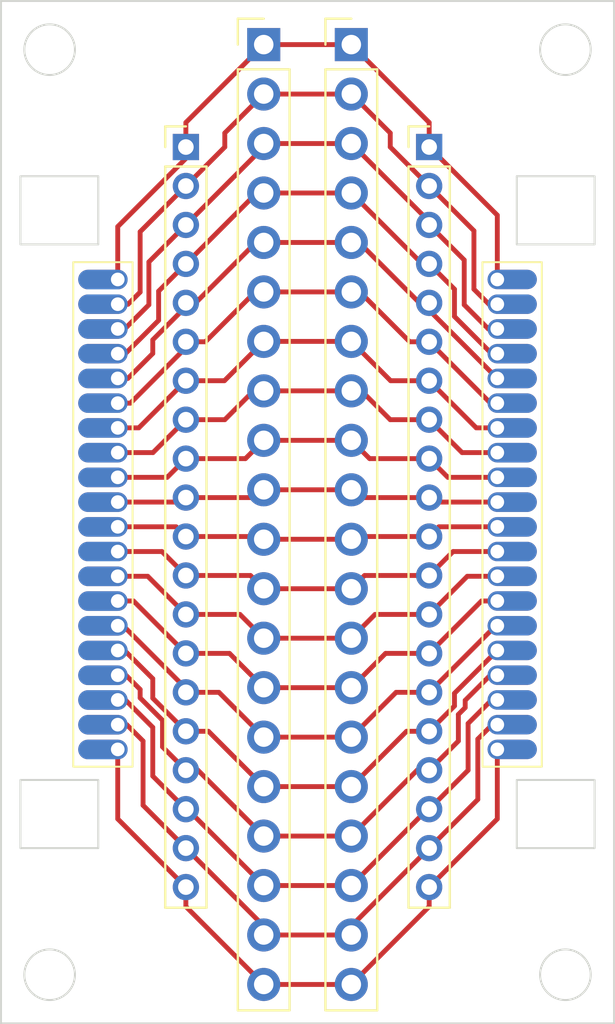
<source format=kicad_pcb>
(kicad_pcb (version 20240108) (generator "pcbnew") (generator_version "8.0")
  (title_block (title "Connector pitch Converter") (rev "1") (company "Amos Home"))
  (layers (0 "F.Cu" signal) (31 "B.Cu" signal) (34 "B.Paste" user) (35 "F.Paste" user) (36 "B.SilkS" user "B.Silkscreen") (37 "F.SilkS" user "F.Silkscreen") (38 "B.Mask" user) (39 "F.Mask" user) (44 "Edge.Cuts" user))
  (net 0 "")
  (net 1 "/A2")
  (net 2 "/A14")
  (net 3 "/A9")
  (net 4 "/A18")
  (net 5 "/A8")
  (net 6 "/A20")
  (net 7 "/A19")
  (net 8 "/A15")
  (net 9 "/A16")
  (net 10 "/A13")
  (net 11 "/A11")
  (net 12 "/A17")
  (net 13 "/A7")
  (net 14 "/A4")
  (net 15 "/A6")
  (net 16 "/A1")
  (net 17 "/A5")
  (net 18 "/A12")
  (net 19 "/A3")
  (net 20 "/A10")
  (footprint "pitch-convert:PinSocketEx_1x20_P1.27mm_Left" (layer "F.Cu") (at 112.476 82.3)
    (property "Reference" "J5" (hide yes))
    (property "Value" "Conn_01x20_Pin" (hide yes))
    (fp_rect (start -0.762 -0.889) (end 2.286 25.019) (stroke (width 0.1)) (fill none) (layer "F.SilkS"))
    (pad "1" thru_hole oval (at 1.524 0) (size 2.54 1.008) (drill 0.7 (offset -0.762 0.004)) (layers "*.Cu" "*.Mask") (net 16 "/A1"))
    (pad "2" thru_hole oval (at 1.524 1.27) (size 2.54 1) (drill 0.7 (offset -0.762 0)) (layers "*.Cu" "*.Mask") (net 1 "/A2"))
    (pad "3" thru_hole oval (at 1.524 2.54) (size 2.54 1.008) (drill 0.7 (offset -0.762 0.004)) (layers "*.Cu" "*.Mask") (net 19 "/A3"))
    (pad "4" thru_hole oval (at 1.524 3.81) (size 2.54 1) (drill 0.7 (offset -0.762 0)) (layers "*.Cu" "*.Mask") (net 14 "/A4"))
    (pad "5" thru_hole oval (at 1.524 5.08) (size 2.54 1.008) (drill 0.7 (offset -0.762 0.004)) (layers "*.Cu" "*.Mask") (net 17 "/A5"))
    (pad "6" thru_hole oval (at 1.524 6.35) (size 2.54 1) (drill 0.7 (offset -0.762 0)) (layers "*.Cu" "*.Mask") (net 15 "/A6"))
    (pad "7" thru_hole oval (at 1.524 7.62) (size 2.54 1.008) (drill 0.7 (offset -0.762 0.004)) (layers "*.Cu" "*.Mask") (net 13 "/A7"))
    (pad "8" thru_hole oval (at 1.524 8.89) (size 2.54 1.008) (drill 0.7 (offset -0.762 0.004)) (layers "*.Cu" "*.Mask") (net 5 "/A8"))
    (pad "9" thru_hole oval (at 1.524 10.16) (size 2.54 1.008) (drill 0.7 (offset -0.762 0.004)) (layers "*.Cu" "*.Mask") (net 3 "/A9"))
    (pad "10" thru_hole oval (at 1.524 11.43) (size 2.54 1.008) (drill 0.7 (offset -0.762 0.004)) (layers "*.Cu" "*.Mask") (net 20 "/A10"))
    (pad "11" thru_hole oval (at 1.524 12.7) (size 2.54 1.008) (drill 0.7 (offset -0.762 0.004)) (layers "*.Cu" "*.Mask") (net 11 "/A11"))
    (pad "12" thru_hole oval (at 1.524 13.97) (size 2.54 1) (drill 0.7 (offset -0.762 0)) (layers "*.Cu" "*.Mask") (net 18 "/A12"))
    (pad "13" thru_hole oval (at 1.524 15.24) (size 2.54 1.008) (drill 0.7 (offset -0.762 0.004)) (layers "*.Cu" "*.Mask") (net 10 "/A13"))
    (pad "14" thru_hole oval (at 1.524 16.51) (size 2.54 1.008) (drill 0.7 (offset -0.762 0.004)) (layers "*.Cu" "*.Mask") (net 2 "/A14"))
    (pad "15" thru_hole oval (at 1.524 17.78) (size 2.54 1.008) (drill 0.7 (offset -0.762 0.004)) (layers "*.Cu" "*.Mask") (net 8 "/A15"))
    (pad "16" thru_hole oval (at 1.524 19.05) (size 2.54 1) (drill 0.7 (offset -0.762 0)) (layers "*.Cu" "*.Mask") (net 9 "/A16"))
    (pad "17" thru_hole oval (at 1.524 20.32) (size 2.54 1.008) (drill 0.7 (offset -0.762 0.004)) (layers "*.Cu" "*.Mask") (net 12 "/A17"))
    (pad "18" thru_hole oval (at 1.524 21.59) (size 2.54 1.008) (drill 0.7 (offset -0.762 0.004)) (layers "*.Cu" "*.Mask") (net 4 "/A18"))
    (pad "19" thru_hole oval (at 1.524 22.86) (size 2.54 1.008) (drill 0.7 (offset -0.762 0.004)) (layers "*.Cu" "*.Mask") (net 7 "/A19"))
    (pad "20" thru_hole oval (at 1.524 24.13) (size 2.54 1.008) (drill 0.7 (offset -0.762 0.004)) (layers "*.Cu" "*.Mask") (net 6 "/A20"))
  )
  (footprint "Connector_PinHeader_2.00mm:PinHeader_1x20_P2.00mm_Vertical" (layer "F.Cu") (at 130 75.5)
    (property "Reference" "J4" (hide yes))
    (property "Value" "Conn_01x20_Pin" (hide yes))
    (fp_line (start -1.06 -1.06) (end 0 -1.06) (stroke (width 0.12)) (layer "F.SilkS"))
    (fp_line (start -1.06 0) (end -1.06 -1.06) (stroke (width 0.12)) (layer "F.SilkS"))
    (fp_line (start -1.06 1) (end -1.06 39.06) (stroke (width 0.12)) (layer "F.SilkS"))
    (fp_line (start -1.06 1) (end 1.06 1) (stroke (width 0.12)) (layer "F.SilkS"))
    (fp_line (start -1.06 39.06) (end 1.06 39.06) (stroke (width 0.12)) (layer "F.SilkS"))
    (fp_line (start 1.06 1) (end 1.06 39.06) (stroke (width 0.12)) (layer "F.SilkS"))
    (pad "1" thru_hole rect (at 0 0) (size 1.35 1.35) (drill 0.8) (layers "*.Cu" "*.Mask") (net 16 "/A1"))
    (pad "2" thru_hole oval (at 0 2) (size 1.35 1.35) (drill 0.8) (layers "*.Cu" "*.Mask") (net 1 "/A2"))
    (pad "3" thru_hole oval (at 0 4) (size 1.35 1.35) (drill 0.8) (layers "*.Cu" "*.Mask") (net 19 "/A3"))
    (pad "4" thru_hole oval (at 0 6) (size 1.35 1.35) (drill 0.8) (layers "*.Cu" "*.Mask") (net 14 "/A4"))
    (pad "5" thru_hole oval (at 0 8) (size 1.35 1.35) (drill 0.8) (layers "*.Cu" "*.Mask") (net 17 "/A5"))
    (pad "6" thru_hole oval (at 0 10) (size 1.35 1.35) (drill 0.8) (layers "*.Cu" "*.Mask") (net 15 "/A6"))
    (pad "7" thru_hole oval (at 0 12) (size 1.35 1.35) (drill 0.8) (layers "*.Cu" "*.Mask") (net 13 "/A7"))
    (pad "8" thru_hole oval (at 0 14) (size 1.35 1.35) (drill 0.8) (layers "*.Cu" "*.Mask") (net 5 "/A8"))
    (pad "9" thru_hole oval (at 0 16) (size 1.35 1.35) (drill 0.8) (layers "*.Cu" "*.Mask") (net 3 "/A9"))
    (pad "10" thru_hole oval (at 0 18) (size 1.35 1.35) (drill 0.8) (layers "*.Cu" "*.Mask") (net 20 "/A10"))
    (pad "11" thru_hole oval (at 0 20) (size 1.35 1.35) (drill 0.8) (layers "*.Cu" "*.Mask") (net 11 "/A11"))
    (pad "12" thru_hole oval (at 0 22) (size 1.35 1.35) (drill 0.8) (layers "*.Cu" "*.Mask") (net 18 "/A12"))
    (pad "13" thru_hole oval (at 0 24) (size 1.35 1.35) (drill 0.8) (layers "*.Cu" "*.Mask") (net 10 "/A13"))
    (pad "14" thru_hole oval (at 0 26) (size 1.35 1.35) (drill 0.8) (layers "*.Cu" "*.Mask") (net 2 "/A14"))
    (pad "15" thru_hole oval (at 0 28) (size 1.35 1.35) (drill 0.8) (layers "*.Cu" "*.Mask") (net 8 "/A15"))
    (pad "16" thru_hole oval (at 0 30) (size 1.35 1.35) (drill 0.8) (layers "*.Cu" "*.Mask") (net 9 "/A16"))
    (pad "17" thru_hole oval (at 0 32) (size 1.35 1.35) (drill 0.8) (layers "*.Cu" "*.Mask") (net 12 "/A17"))
    (pad "18" thru_hole oval (at 0 34) (size 1.35 1.35) (drill 0.8) (layers "*.Cu" "*.Mask") (net 4 "/A18"))
    (pad "19" thru_hole oval (at 0 36) (size 1.35 1.35) (drill 0.8) (layers "*.Cu" "*.Mask") (net 7 "/A19"))
    (pad "20" thru_hole oval (at 0 38) (size 1.35 1.35) (drill 0.8) (layers "*.Cu" "*.Mask") (net 6 "/A20"))
  )
  (footprint "Connector_PinHeader_2.54mm:PinHeader_1x20_P2.54mm_Vertical" (layer "F.Cu") (at 126 70.24)
    (property "Reference" "J2" (hide yes))
    (property "Value" "Conn_01x20_Pin" (hide yes))
    (fp_line (start -1.33 -1.33) (end 0 -1.33) (stroke (width 0.12)) (layer "F.SilkS"))
    (fp_line (start -1.33 0) (end -1.33 -1.33) (stroke (width 0.12)) (layer "F.SilkS"))
    (fp_line (start -1.33 1.27) (end -1.33 49.59) (stroke (width 0.12)) (layer "F.SilkS"))
    (fp_line (start -1.33 1.27) (end 1.33 1.27) (stroke (width 0.12)) (layer "F.SilkS"))
    (fp_line (start -1.33 49.59) (end 1.33 49.59) (stroke (width 0.12)) (layer "F.SilkS"))
    (fp_line (start 1.33 1.27) (end 1.33 49.59) (stroke (width 0.12)) (layer "F.SilkS"))
    (pad "1" thru_hole rect (at 0 0) (size 1.7 1.7) (drill 1) (layers "*.Cu" "*.Mask") (net 16 "/A1"))
    (pad "2" thru_hole oval (at 0 2.54) (size 1.7 1.7) (drill 1) (layers "*.Cu" "*.Mask") (net 1 "/A2"))
    (pad "3" thru_hole oval (at 0 5.08) (size 1.7 1.7) (drill 1) (layers "*.Cu" "*.Mask") (net 19 "/A3"))
    (pad "4" thru_hole oval (at 0 7.62) (size 1.7 1.7) (drill 1) (layers "*.Cu" "*.Mask") (net 14 "/A4"))
    (pad "5" thru_hole oval (at 0 10.16) (size 1.7 1.7) (drill 1) (layers "*.Cu" "*.Mask") (net 17 "/A5"))
    (pad "6" thru_hole oval (at 0 12.7) (size 1.7 1.7) (drill 1) (layers "*.Cu" "*.Mask") (net 15 "/A6"))
    (pad "7" thru_hole oval (at 0 15.24) (size 1.7 1.7) (drill 1) (layers "*.Cu" "*.Mask") (net 13 "/A7"))
    (pad "8" thru_hole oval (at 0 17.78) (size 1.7 1.7) (drill 1) (layers "*.Cu" "*.Mask") (net 5 "/A8"))
    (pad "9" thru_hole oval (at 0 20.32) (size 1.7 1.7) (drill 1) (layers "*.Cu" "*.Mask") (net 3 "/A9"))
    (pad "10" thru_hole oval (at 0 22.86) (size 1.7 1.7) (drill 1) (layers "*.Cu" "*.Mask") (net 20 "/A10"))
    (pad "11" thru_hole oval (at 0 25.4) (size 1.7 1.7) (drill 1) (layers "*.Cu" "*.Mask") (net 11 "/A11"))
    (pad "12" thru_hole oval (at 0 27.94) (size 1.7 1.7) (drill 1) (layers "*.Cu" "*.Mask") (net 18 "/A12"))
    (pad "13" thru_hole oval (at 0 30.48) (size 1.7 1.7) (drill 1) (layers "*.Cu" "*.Mask") (net 10 "/A13"))
    (pad "14" thru_hole oval (at 0 33.02) (size 1.7 1.7) (drill 1) (layers "*.Cu" "*.Mask") (net 2 "/A14"))
    (pad "15" thru_hole oval (at 0 35.56) (size 1.7 1.7) (drill 1) (layers "*.Cu" "*.Mask") (net 8 "/A15"))
    (pad "16" thru_hole oval (at 0 38.1) (size 1.7 1.7) (drill 1) (layers "*.Cu" "*.Mask") (net 9 "/A16"))
    (pad "17" thru_hole oval (at 0 40.64) (size 1.7 1.7) (drill 1) (layers "*.Cu" "*.Mask") (net 12 "/A17"))
    (pad "18" thru_hole oval (at 0 43.18) (size 1.7 1.7) (drill 1) (layers "*.Cu" "*.Mask") (net 4 "/A18"))
    (pad "19" thru_hole oval (at 0 45.72) (size 1.7 1.7) (drill 1) (layers "*.Cu" "*.Mask") (net 7 "/A19"))
    (pad "20" thru_hole oval (at 0 48.26) (size 1.7 1.7) (drill 1) (layers "*.Cu" "*.Mask") (net 6 "/A20"))
  )
  (footprint "pitch-convert:PinSocketEx_1x20_P1.27mm_Right" (layer "F.Cu") (at 133.5 82.3)
    (property "Reference" "J6" (hide yes))
    (property "Value" "Conn_01x20_Pin" (hide yes))
    (fp_rect (start -0.762 -0.889) (end 2.286 25.019) (stroke (width 0.1)) (fill none) (layer "F.SilkS"))
    (pad "1" thru_hole oval (at 0 0) (size 2.532 1) (drill 0.7 (offset 0.766 0)) (layers "*.Cu" "*.Mask") (net 16 "/A1"))
    (pad "2" thru_hole oval (at 0 1.27) (size 2.532 1) (drill 0.7 (offset 0.766 0)) (layers "*.Cu" "*.Mask") (net 1 "/A2"))
    (pad "3" thru_hole oval (at 0 2.54) (size 2.532 1.008) (drill 0.7 (offset 0.766 0.004)) (layers "*.Cu" "*.Mask") (net 19 "/A3"))
    (pad "4" thru_hole oval (at 0 3.81) (size 2.532 1) (drill 0.7 (offset 0.766 0)) (layers "*.Cu" "*.Mask") (net 14 "/A4"))
    (pad "5" thru_hole oval (at 0 5.08) (size 2.532 1.008) (drill 0.7 (offset 0.766 0.004)) (layers "*.Cu" "*.Mask") (net 17 "/A5"))
    (pad "6" thru_hole oval (at 0 6.35) (size 2.532 1) (drill 0.7 (offset 0.766 0)) (layers "*.Cu" "*.Mask") (net 15 "/A6"))
    (pad "7" thru_hole oval (at 0 7.62) (size 2.532 1.008) (drill 0.7 (offset 0.766 0.004)) (layers "*.Cu" "*.Mask") (net 13 "/A7"))
    (pad "8" thru_hole oval (at 0 8.89) (size 2.532 1.008) (drill 0.7 (offset 0.766 0.004)) (layers "*.Cu" "*.Mask") (net 5 "/A8"))
    (pad "9" thru_hole oval (at 0 10.16) (size 2.532 1) (drill 0.7 (offset 0.766 0)) (layers "*.Cu" "*.Mask") (net 3 "/A9"))
    (pad "10" thru_hole oval (at 0 11.43) (size 2.532 1.008) (drill 0.7 (offset 0.766 0.004)) (layers "*.Cu" "*.Mask") (net 20 "/A10"))
    (pad "11" thru_hole oval (at 0 12.7) (size 2.532 1.008) (drill 0.7 (offset 0.766 0.004)) (layers "*.Cu" "*.Mask") (net 11 "/A11"))
    (pad "12" thru_hole oval (at 0 13.97) (size 2.532 1) (drill 0.7 (offset 0.766 0)) (layers "*.Cu" "*.Mask") (net 18 "/A12"))
    (pad "13" thru_hole oval (at 0 15.24) (size 2.532 1) (drill 0.7 (offset 0.766 0)) (layers "*.Cu" "*.Mask") (net 10 "/A13"))
    (pad "14" thru_hole oval (at 0 16.51) (size 2.532 1) (drill 0.7 (offset 0.766 0)) (layers "*.Cu" "*.Mask") (net 2 "/A14"))
    (pad "15" thru_hole oval (at 0 17.78) (size 2.532 1) (drill 0.7 (offset 0.766 0)) (layers "*.Cu" "*.Mask") (net 8 "/A15"))
    (pad "16" thru_hole oval (at 0 19.05) (size 2.532 1) (drill 0.7 (offset 0.766 0)) (layers "*.Cu" "*.Mask") (net 9 "/A16"))
    (pad "17" thru_hole oval (at 0 20.32) (size 2.532 1) (drill 0.7 (offset 0.766 0)) (layers "*.Cu" "*.Mask") (net 12 "/A17"))
    (pad "18" thru_hole oval (at 0 21.59) (size 2.532 1) (drill 0.7 (offset 0.766 0)) (layers "*.Cu" "*.Mask") (net 4 "/A18"))
    (pad "19" thru_hole oval (at 0 22.86) (size 2.532 1) (drill 0.7 (offset 0.766 0)) (layers "*.Cu" "*.Mask") (net 7 "/A19"))
    (pad "20" thru_hole oval (at 0 24.13) (size 2.532 1) (drill 0.7 (offset 0.766 0)) (layers "*.Cu" "*.Mask") (net 6 "/A20"))
  )
  (footprint "Connector_PinHeader_2.00mm:PinHeader_1x20_P2.00mm_Vertical" (layer "F.Cu") (at 117.5 75.5)
    (property "Reference" "J3" (hide yes))
    (property "Value" "Conn_01x20_Pin" (hide yes))
    (fp_line (start -1.06 -1.06) (end 0 -1.06) (stroke (width 0.12)) (layer "F.SilkS"))
    (fp_line (start -1.06 0) (end -1.06 -1.06) (stroke (width 0.12)) (layer "F.SilkS"))
    (fp_line (start -1.06 1) (end -1.06 39.06) (stroke (width 0.12)) (layer "F.SilkS"))
    (fp_line (start -1.06 1) (end 1.06 1) (stroke (width 0.12)) (layer "F.SilkS"))
    (fp_line (start -1.06 39.06) (end 1.06 39.06) (stroke (width 0.12)) (layer "F.SilkS"))
    (fp_line (start 1.06 1) (end 1.06 39.06) (stroke (width 0.12)) (layer "F.SilkS"))
    (pad "1" thru_hole rect (at 0 0) (size 1.35 1.35) (drill 0.8) (layers "*.Cu" "*.Mask") (net 16 "/A1"))
    (pad "2" thru_hole oval (at 0 2) (size 1.35 1.35) (drill 0.8) (layers "*.Cu" "*.Mask") (net 1 "/A2"))
    (pad "3" thru_hole oval (at 0 4) (size 1.35 1.35) (drill 0.8) (layers "*.Cu" "*.Mask") (net 19 "/A3"))
    (pad "4" thru_hole oval (at 0 6) (size 1.35 1.35) (drill 0.8) (layers "*.Cu" "*.Mask") (net 14 "/A4"))
    (pad "5" thru_hole oval (at 0 8) (size 1.35 1.35) (drill 0.8) (layers "*.Cu" "*.Mask") (net 17 "/A5"))
    (pad "6" thru_hole oval (at 0 10) (size 1.35 1.35) (drill 0.8) (layers "*.Cu" "*.Mask") (net 15 "/A6"))
    (pad "7" thru_hole oval (at 0 12) (size 1.35 1.35) (drill 0.8) (layers "*.Cu" "*.Mask") (net 13 "/A7"))
    (pad "8" thru_hole oval (at 0 14) (size 1.35 1.35) (drill 0.8) (layers "*.Cu" "*.Mask") (net 5 "/A8"))
    (pad "9" thru_hole oval (at 0 16) (size 1.35 1.35) (drill 0.8) (layers "*.Cu" "*.Mask") (net 3 "/A9"))
    (pad "10" thru_hole oval (at 0 18) (size 1.35 1.35) (drill 0.8) (layers "*.Cu" "*.Mask") (net 20 "/A10"))
    (pad "11" thru_hole oval (at 0 20) (size 1.35 1.35) (drill 0.8) (layers "*.Cu" "*.Mask") (net 11 "/A11"))
    (pad "12" thru_hole oval (at 0 22) (size 1.35 1.35) (drill 0.8) (layers "*.Cu" "*.Mask") (net 18 "/A12"))
    (pad "13" thru_hole oval (at 0 24) (size 1.35 1.35) (drill 0.8) (layers "*.Cu" "*.Mask") (net 10 "/A13"))
    (pad "14" thru_hole oval (at 0 26) (size 1.35 1.35) (drill 0.8) (layers "*.Cu" "*.Mask") (net 2 "/A14"))
    (pad "15" thru_hole oval (at 0 28) (size 1.35 1.35) (drill 0.8) (layers "*.Cu" "*.Mask") (net 8 "/A15"))
    (pad "16" thru_hole oval (at 0 30) (size 1.35 1.35) (drill 0.8) (layers "*.Cu" "*.Mask") (net 9 "/A16"))
    (pad "17" thru_hole oval (at 0 32) (size 1.35 1.35) (drill 0.8) (layers "*.Cu" "*.Mask") (net 12 "/A17"))
    (pad "18" thru_hole oval (at 0 34) (size 1.35 1.35) (drill 0.8) (layers "*.Cu" "*.Mask") (net 4 "/A18"))
    (pad "19" thru_hole oval (at 0 36) (size 1.35 1.35) (drill 0.8) (layers "*.Cu" "*.Mask") (net 7 "/A19"))
    (pad "20" thru_hole oval (at 0 38) (size 1.35 1.35) (drill 0.8) (layers "*.Cu" "*.Mask") (net 6 "/A20"))
  )
  (footprint "Connector_PinHeader_2.54mm:PinHeader_1x20_P2.54mm_Vertical" (layer "F.Cu") (at 121.5 70.24)
    (property "Reference" "J1" (hide yes))
    (property "Value" "Conn_01x20_Pin" (hide yes))
    (fp_line (start -1.33 -1.33) (end 0 -1.33) (stroke (width 0.12)) (layer "F.SilkS"))
    (fp_line (start -1.33 0) (end -1.33 -1.33) (stroke (width 0.12)) (layer "F.SilkS"))
    (fp_line (start -1.33 1.27) (end -1.33 49.59) (stroke (width 0.12)) (layer "F.SilkS"))
    (fp_line (start -1.33 1.27) (end 1.33 1.27) (stroke (width 0.12)) (layer "F.SilkS"))
    (fp_line (start -1.33 49.59) (end 1.33 49.59) (stroke (width 0.12)) (layer "F.SilkS"))
    (fp_line (start 1.33 1.27) (end 1.33 49.59) (stroke (width 0.12)) (layer "F.SilkS"))
    (pad "1" thru_hole rect (at 0 0) (size 1.7 1.7) (drill 1) (layers "*.Cu" "*.Mask") (net 16 "/A1"))
    (pad "2" thru_hole oval (at 0 2.54) (size 1.7 1.7) (drill 1) (layers "*.Cu" "*.Mask") (net 1 "/A2"))
    (pad "3" thru_hole oval (at 0 5.08) (size 1.7 1.7) (drill 1) (layers "*.Cu" "*.Mask") (net 19 "/A3"))
    (pad "4" thru_hole oval (at 0 7.62) (size 1.7 1.7) (drill 1) (layers "*.Cu" "*.Mask") (net 14 "/A4"))
    (pad "5" thru_hole oval (at 0 10.16) (size 1.7 1.7) (drill 1) (layers "*.Cu" "*.Mask") (net 17 "/A5"))
    (pad "6" thru_hole oval (at 0 12.7) (size 1.7 1.7) (drill 1) (layers "*.Cu" "*.Mask") (net 15 "/A6"))
    (pad "7" thru_hole oval (at 0 15.24) (size 1.7 1.7) (drill 1) (layers "*.Cu" "*.Mask") (net 13 "/A7"))
    (pad "8" thru_hole oval (at 0 17.78) (size 1.7 1.7) (drill 1) (layers "*.Cu" "*.Mask") (net 5 "/A8"))
    (pad "9" thru_hole oval (at 0 20.32) (size 1.7 1.7) (drill 1) (layers "*.Cu" "*.Mask") (net 3 "/A9"))
    (pad "10" thru_hole oval (at 0 22.86) (size 1.7 1.7) (drill 1) (layers "*.Cu" "*.Mask") (net 20 "/A10"))
    (pad "11" thru_hole oval (at 0 25.4) (size 1.7 1.7) (drill 1) (layers "*.Cu" "*.Mask") (net 11 "/A11"))
    (pad "12" thru_hole oval (at 0 27.94) (size 1.7 1.7) (drill 1) (layers "*.Cu" "*.Mask") (net 18 "/A12"))
    (pad "13" thru_hole oval (at 0 30.48) (size 1.7 1.7) (drill 1) (layers "*.Cu" "*.Mask") (net 10 "/A13"))
    (pad "14" thru_hole oval (at 0 33.02) (size 1.7 1.7) (drill 1) (layers "*.Cu" "*.Mask") (net 2 "/A14"))
    (pad "15" thru_hole oval (at 0 35.56) (size 1.7 1.7) (drill 1) (layers "*.Cu" "*.Mask") (net 8 "/A15"))
    (pad "16" thru_hole oval (at 0 38.1) (size 1.7 1.7) (drill 1) (layers "*.Cu" "*.Mask") (net 9 "/A16"))
    (pad "17" thru_hole oval (at 0 40.64) (size 1.7 1.7) (drill 1) (layers "*.Cu" "*.Mask") (net 12 "/A17"))
    (pad "18" thru_hole oval (at 0 43.18) (size 1.7 1.7) (drill 1) (layers "*.Cu" "*.Mask") (net 4 "/A18"))
    (pad "19" thru_hole oval (at 0 45.72) (size 1.7 1.7) (drill 1) (layers "*.Cu" "*.Mask") (net 7 "/A19"))
    (pad "20" thru_hole oval (at 0 48.26) (size 1.7 1.7) (drill 1) (layers "*.Cu" "*.Mask") (net 6 "/A20"))
  )
  (gr_rect (start 109 77) (end 113 80.5) (stroke (width 0.1)) (fill none) (layer "Edge.Cuts"))
  (gr_rect (start 134.5 108) (end 138.5 111.5) (stroke (width 0.1)) (fill none) (layer "Edge.Cuts"))
  (gr_rect (start 134.5 77) (end 138.5 80.5) (stroke (width 0.1)) (fill none) (layer "Edge.Cuts"))
  (gr_rect (start 109 108) (end 113 111.5) (stroke (width 0.1)) (fill none) (layer "Edge.Cuts"))
  (gr_circle (center 137 70.5) (end 138.3 70.5) (stroke (width 0.1)) (fill none) (layer "Edge.Cuts"))
  (gr_rect (start 108 68) (end 139.5 120.5) (stroke (width 0.1)) (fill none) (layer "Edge.Cuts"))
  (gr_circle (center 110.5 118) (end 111.8 118) (stroke (width 0.1)) (fill none) (layer "Edge.Cuts"))
  (gr_circle (center 137 118) (end 138.3 118) (stroke (width 0.1)) (fill none) (layer "Edge.Cuts"))
  (gr_circle (center 110.5 70.5) (end 111.8 70.5) (stroke (width 0.1)) (fill none) (layer "Edge.Cuts"))
  (segment (start 128 75.5) (end 130 77.5) (width 0.25) (layer "F.Cu") (net 1))
  (segment (start 128 74.78) (end 128 75.5) (width 0.25) (layer "F.Cu") (net 1))
  (segment (start 119.5 74.78) (end 121.5 72.78) (width 0.25) (layer "F.Cu") (net 1))
  (segment (start 114.53 83.57) (end 115.15 82.95) (width 0.25) (layer "F.Cu") (net 1))
  (segment (start 114 83.57) (end 114.53 83.57) (width 0.25) (layer "F.Cu") (net 1))
  (segment (start 121.5 72.78) (end 126 72.78) (width 0.25) (layer "F.Cu") (net 1))
  (segment (start 115.15 79.85) (end 117.5 77.5) (width 0.25) (layer "F.Cu") (net 1))
  (segment (start 117.5 77.5) (end 119.5 75.5) (width 0.25) (layer "F.Cu") (net 1))
  (segment (start 126 72.78) (end 128 74.78) (width 0.25) (layer "F.Cu") (net 1))
  (segment (start 115.15 82.95) (end 115.15 79.85) (width 0.25) (layer "F.Cu") (net 1))
  (segment (start 119.5 75.5) (end 119.5 74.78) (width 0.25) (layer "F.Cu") (net 1))
  (segment (start 133.07 83.57) (end 132.3 82.8) (width 0.25) (layer "F.Cu") (net 1))
  (segment (start 133.5 83.57) (end 133.07 83.57) (width 0.25) (layer "F.Cu") (net 1))
  (segment (start 132.3 79.8) (end 130 77.5) (width 0.25) (layer "F.Cu") (net 1))
  (segment (start 132.3 82.8) (end 132.3 79.8) (width 0.25) (layer "F.Cu") (net 1))
  (segment (start 119.74 101.5) (end 121.5 103.26) (width 0.25) (layer "F.Cu") (net 2))
  (segment (start 114 98.81) (end 114.81 98.81) (width 0.25) (layer "F.Cu") (net 2))
  (segment (start 132.69 98.81) (end 130 101.5) (width 0.25) (layer "F.Cu") (net 2))
  (segment (start 114.81 98.81) (end 117.5 101.5) (width 0.25) (layer "F.Cu") (net 2))
  (segment (start 117.5 101.5) (end 119.74 101.5) (width 0.25) (layer "F.Cu") (net 2))
  (segment (start 126 103.26) (end 127.76 101.5) (width 0.25) (layer "F.Cu") (net 2))
  (segment (start 127.76 101.5) (end 130 101.5) (width 0.25) (layer "F.Cu") (net 2))
  (segment (start 121.5 103.26) (end 126 103.26) (width 0.25) (layer "F.Cu") (net 2))
  (segment (start 133.5 98.81) (end 132.69 98.81) (width 0.25) (layer "F.Cu") (net 2))
  (segment (start 116.54 92.46) (end 117.5 91.5) (width 0.25) (layer "F.Cu") (net 3))
  (segment (start 126.94 91.5) (end 130 91.5) (width 0.25) (layer "F.Cu") (net 3))
  (segment (start 126 90.56) (end 126.94 91.5) (width 0.25) (layer "F.Cu") (net 3))
  (segment (start 117.5 91.5) (end 120.56 91.5) (width 0.25) (layer "F.Cu") (net 3))
  (segment (start 133.5 92.46) (end 130.96 92.46) (width 0.25) (layer "F.Cu") (net 3))
  (segment (start 114 92.46) (end 116.54 92.46) (width 0.25) (layer "F.Cu") (net 3))
  (segment (start 121.5 90.56) (end 126 90.56) (width 0.25) (layer "F.Cu") (net 3))
  (segment (start 130.96 92.46) (end 130 91.5) (width 0.25) (layer "F.Cu") (net 3))
  (segment (start 120.56 91.5) (end 121.5 90.56) (width 0.25) (layer "F.Cu") (net 3))
  (segment (start 132 105.1) (end 132 107.5) (width 0.25) (layer "F.Cu") (net 4))
  (segment (start 117.5 109.5) (end 117.58 109.5) (width 0.25) (layer "F.Cu") (net 4))
  (segment (start 121.5 113.42) (end 126 113.42) (width 0.25) (layer "F.Cu") (net 4))
  (segment (start 117.58 109.5) (end 121.5 113.42) (width 0.25) (layer "F.Cu") (net 4))
  (segment (start 132 107.5) (end 130 109.5) (width 0.25) (layer "F.Cu") (net 4))
  (segment (start 114 103.89) (end 114.39 103.89) (width 0.25) (layer "F.Cu") (net 4))
  (segment (start 133.5 103.89) (end 133.21 103.89) (width 0.25) (layer "F.Cu") (net 4))
  (segment (start 126 113.42) (end 129.92 109.5) (width 0.25) (layer "F.Cu") (net 4))
  (segment (start 115.8 105.3) (end 115.8 107.8) (width 0.25) (layer "F.Cu") (net 4))
  (segment (start 129.92 109.5) (end 130 109.5) (width 0.25) (layer "F.Cu") (net 4))
  (segment (start 133.21 103.89) (end 132 105.1) (width 0.25) (layer "F.Cu") (net 4))
  (segment (start 114.39 103.89) (end 115.8 105.3) (width 0.25) (layer "F.Cu") (net 4))
  (segment (start 115.8 107.8) (end 117.5 109.5) (width 0.25) (layer "F.Cu") (net 4))
  (segment (start 121.5 88.02) (end 126 88.02) (width 0.25) (layer "F.Cu") (net 5))
  (segment (start 131.69 91.19) (end 130 89.5) (width 0.25) (layer "F.Cu") (net 5))
  (segment (start 114 91.19) (end 115.81 91.19) (width 0.25) (layer "F.Cu") (net 5))
  (segment (start 126 88.02) (end 126.52 88.02) (width 0.25) (layer "F.Cu") (net 5))
  (segment (start 115.81 91.19) (end 117.5 89.5) (width 0.25) (layer "F.Cu") (net 5))
  (segment (start 128 89.5) (end 130 89.5) (width 0.25) (layer "F.Cu") (net 5))
  (segment (start 119.5 89.5) (end 120.98 88.02) (width 0.25) (layer "F.Cu") (net 5))
  (segment (start 126.52 88.02) (end 128 89.5) (width 0.25) (layer "F.Cu") (net 5))
  (segment (start 133.5 91.19) (end 131.69 91.19) (width 0.25) (layer "F.Cu") (net 5))
  (segment (start 117.5 89.5) (end 119.5 89.5) (width 0.25) (layer "F.Cu") (net 5))
  (segment (start 120.98 88.02) (end 121.5 88.02) (width 0.25) (layer "F.Cu") (net 5))
  (segment (start 117.5 114.5) (end 121.5 118.5) (width 0.25) (layer "F.Cu") (net 6))
  (segment (start 130 114.5) (end 130 113.5) (width 0.25) (layer "F.Cu") (net 6))
  (segment (start 114 110) (end 117.5 113.5) (width 0.25) (layer "F.Cu") (net 6))
  (segment (start 133.5 106.43) (end 133.5 110) (width 0.25) (layer "F.Cu") (net 6))
  (segment (start 114 106.43) (end 114 110) (width 0.25) (layer "F.Cu") (net 6))
  (segment (start 133.5 110) (end 130 113.5) (width 0.25) (layer "F.Cu") (net 6))
  (segment (start 121.5 118.5) (end 126 118.5) (width 0.25) (layer "F.Cu") (net 6))
  (segment (start 117.5 113.5) (end 117.5 114.5) (width 0.25) (layer "F.Cu") (net 6))
  (segment (start 126 118.5) (end 130 114.5) (width 0.25) (layer "F.Cu") (net 6))
  (segment (start 126 115.96) (end 126 115.5) (width 0.25) (layer "F.Cu") (net 7))
  (segment (start 133.24 105.16) (end 132.5 105.9) (width 0.25) (layer "F.Cu") (net 7))
  (segment (start 132.5 105.9) (end 132.5 109) (width 0.25) (layer "F.Cu") (net 7))
  (segment (start 114.46 105.16) (end 115.3 106) (width 0.25) (layer "F.Cu") (net 7))
  (segment (start 115.3 109.3) (end 117.5 111.5) (width 0.25) (layer "F.Cu") (net 7))
  (segment (start 133.5 105.16) (end 133.24 105.16) (width 0.25) (layer "F.Cu") (net 7))
  (segment (start 126 115.5) (end 130 111.5) (width 0.25) (layer "F.Cu") (net 7))
  (segment (start 115.3 106) (end 115.3 109.3) (width 0.25) (layer "F.Cu") (net 7))
  (segment (start 114 105.16) (end 114.46 105.16) (width 0.25) (layer "F.Cu") (net 7))
  (segment (start 121.5 115.5) (end 121.5 115.96) (width 0.25) (layer "F.Cu") (net 7))
  (segment (start 132.5 109) (end 130 111.5) (width 0.25) (layer "F.Cu") (net 7))
  (segment (start 121.5 115.96) (end 126 115.96) (width 0.25) (layer "F.Cu") (net 7))
  (segment (start 117.5 111.5) (end 121.5 115.5) (width 0.25) (layer "F.Cu") (net 7))
  (segment (start 126 105.8) (end 128.3 103.5) (width 0.25) (layer "F.Cu") (net 8))
  (segment (start 133.42 100.08) (end 130 103.5) (width 0.25) (layer "F.Cu") (net 8))
  (segment (start 133.5 100.08) (end 133.42 100.08) (width 0.25) (layer "F.Cu") (net 8))
  (segment (start 121.5 105.8) (end 126 105.8) (width 0.25) (layer "F.Cu") (net 8))
  (segment (start 114 100.08) (end 114.28 100.08) (width 0.25) (layer "F.Cu") (net 8))
  (segment (start 119.2 103.5) (end 121.5 105.8) (width 0.25) (layer "F.Cu") (net 8))
  (segment (start 114.28 100.08) (end 117.5 103.3) (width 0.25) (layer "F.Cu") (net 8))
  (segment (start 128.3 103.5) (end 130 103.5) (width 0.25) (layer "F.Cu") (net 8))
  (segment (start 117.5 103.5) (end 119.2 103.5) (width 0.25) (layer "F.Cu") (net 8))
  (segment (start 117.5 103.3) (end 117.5 103.5) (width 0.25) (layer "F.Cu") (net 8))
  (segment (start 115.8 102.8) (end 115.8 103.8) (width 0.25) (layer "F.Cu") (net 9))
  (segment (start 131.3 103.55) (end 131.3 104.2) (width 0.25) (layer "F.Cu") (net 9))
  (segment (start 131.3 104.2) (end 130 105.5) (width 0.25) (layer "F.Cu") (net 9))
  (segment (start 126 108.34) (end 128.84 105.5) (width 0.25) (layer "F.Cu") (net 9))
  (segment (start 114.35 101.35) (end 115.8 102.8) (width 0.25) (layer "F.Cu") (net 9))
  (segment (start 133.5 101.35) (end 131.3 103.55) (width 0.25) (layer "F.Cu") (net 9))
  (segment (start 118.66 105.5) (end 121.5 108.34) (width 0.25) (layer "F.Cu") (net 9))
  (segment (start 117.5 105.5) (end 118.66 105.5) (width 0.25) (layer "F.Cu") (net 9))
  (segment (start 121.5 108.34) (end 126 108.34) (width 0.25) (layer "F.Cu") (net 9))
  (segment (start 115.8 103.8) (end 117.5 105.5) (width 0.25) (layer "F.Cu") (net 9))
  (segment (start 128.84 105.5) (end 130 105.5) (width 0.25) (layer "F.Cu") (net 9))
  (segment (start 114 101.35) (end 114.35 101.35) (width 0.25) (layer "F.Cu") (net 9))
  (segment (start 121.5 100.72) (end 126 100.72) (width 0.25) (layer "F.Cu") (net 10))
  (segment (start 120.28 99.5) (end 121.5 100.72) (width 0.25) (layer "F.Cu") (net 10))
  (segment (start 126 100.72) (end 127.22 99.5) (width 0.25) (layer "F.Cu") (net 10))
  (segment (start 131.96 97.54) (end 130 99.5) (width 0.25) (layer "F.Cu") (net 10))
  (segment (start 133.5 97.54) (end 131.96 97.54) (width 0.25) (layer "F.Cu") (net 10))
  (segment (start 127.22 99.5) (end 130 99.5) (width 0.25) (layer "F.Cu") (net 10))
  (segment (start 115.54 97.54) (end 117.5 99.5) (width 0.25) (layer "F.Cu") (net 10))
  (segment (start 114 97.54) (end 115.54 97.54) (width 0.25) (layer "F.Cu") (net 10))
  (segment (start 117.5 99.5) (end 120.28 99.5) (width 0.25) (layer "F.Cu") (net 10))
  (segment (start 130.5 95) (end 130 95.5) (width 0.25) (layer "F.Cu") (net 11))
  (segment (start 126 95.64) (end 126.14 95.5) (width 0.25) (layer "F.Cu") (net 11))
  (segment (start 126.14 95.5) (end 130 95.5) (width 0.25) (layer "F.Cu") (net 11))
  (segment (start 121.5 95.64) (end 126 95.64) (width 0.25) (layer "F.Cu") (net 11))
  (segment (start 133.5 95) (end 130.5 95) (width 0.25) (layer "F.Cu") (net 11))
  (segment (start 117.5 95.5) (end 121.36 95.5) (width 0.25) (layer "F.Cu") (net 11))
  (segment (start 117 95) (end 117.5 95.5) (width 0.25) (layer "F.Cu") (net 11))
  (segment (start 114 95) (end 117 95) (width 0.25) (layer "F.Cu") (net 11))
  (segment (start 121.36 95.5) (end 121.5 95.64) (width 0.25) (layer "F.Cu") (net 11))
  (segment (start 116.3 106.3) (end 117.5 107.5) (width 0.25) (layer "F.Cu") (net 12))
  (segment (start 133.141637 102.62) (end 131.85 103.911637) (width 0.25) (layer "F.Cu") (net 12))
  (segment (start 133.5 102.62) (end 133.141637 102.62) (width 0.25) (layer "F.Cu") (net 12))
  (segment (start 131.85 103.911637) (end 131.85 104.286396) (width 0.25) (layer "F.Cu") (net 12))
  (segment (start 115.15 103.786396) (end 116.3 104.936396) (width 0.25) (layer "F.Cu") (net 12))
  (segment (start 117.5 107.5) (end 118.12 107.5) (width 0.25) (layer "F.Cu") (net 12))
  (segment (start 115.15 103.35) (end 115.15 103.786396) (width 0.25) (layer "F.Cu") (net 12))
  (segment (start 131.5 104.636396) (end 131.5 106) (width 0.25) (layer "F.Cu") (net 12))
  (segment (start 118.12 107.5) (end 121.5 110.88) (width 0.25) (layer "F.Cu") (net 12))
  (segment (start 116.3 104.936396) (end 116.3 106.3) (width 0.25) (layer "F.Cu") (net 12))
  (segment (start 121.5 110.88) (end 126 110.88) (width 0.25) (layer "F.Cu") (net 12))
  (segment (start 114.42 102.62) (end 115.15 103.35) (width 0.25) (layer "F.Cu") (net 12))
  (segment (start 126 110.88) (end 129.38 107.5) (width 0.25) (layer "F.Cu") (net 12))
  (segment (start 131.5 106) (end 130 107.5) (width 0.25) (layer "F.Cu") (net 12))
  (segment (start 129.38 107.5) (end 130 107.5) (width 0.25) (layer "F.Cu") (net 12))
  (segment (start 114 102.62) (end 114.42 102.62) (width 0.25) (layer "F.Cu") (net 12))
  (segment (start 131.85 104.286396) (end 131.5 104.636396) (width 0.25) (layer "F.Cu") (net 12))
  (segment (start 121.5 85.48) (end 126 85.48) (width 0.25) (layer "F.Cu") (net 13))
  (segment (start 117.5 87.5) (end 119.48 87.5) (width 0.25) (layer "F.Cu") (net 13))
  (segment (start 128.02 87.5) (end 130 87.5) (width 0.25) (layer "F.Cu") (net 13))
  (segment (start 133.5 89.92) (end 132.42 89.92) (width 0.25) (layer "F.Cu") (net 13))
  (segment (start 126 85.48) (end 128.02 87.5) (width 0.25) (layer "F.Cu") (net 13))
  (segment (start 115.08 89.92) (end 117.5 87.5) (width 0.25) (layer "F.Cu") (net 13))
  (segment (start 132.42 89.92) (end 130 87.5) (width 0.25) (layer "F.Cu") (net 13))
  (segment (start 119.48 87.5) (end 121.5 85.48) (width 0.25) (layer "F.Cu") (net 13))
  (segment (start 114 89.92) (end 115.08 89.92) (width 0.25) (layer "F.Cu") (net 13))
  (segment (start 121.5 77.86) (end 126 77.86) (width 0.25) (layer "F.Cu") (net 14))
  (segment (start 133.21 86.11) (end 131.3 84.2) (width 0.25) (layer "F.Cu") (net 14))
  (segment (start 131.3 84.2) (end 131.3 82.8) (width 0.25) (layer "F.Cu") (net 14))
  (segment (start 121.14 77.86) (end 121.5 77.86) (width 0.25) (layer "F.Cu") (net 14))
  (segment (start 116.1 82.9) (end 117.5 81.5) (width 0.25) (layer "F.Cu") (net 14))
  (segment (start 131.3 82.8) (end 130 81.5) (width 0.25) (layer "F.Cu") (net 14))
  (segment (start 117.5 81.5) (end 121.14 77.86) (width 0.25) (layer "F.Cu") (net 14))
  (segment (start 114.39 86.11) (end 116.1 84.4) (width 0.25) (layer "F.Cu") (net 14))
  (segment (start 129.64 81.5) (end 130 81.5) (width 0.25) (layer "F.Cu") (net 14))
  (segment (start 126 77.86) (end 129.64 81.5) (width 0.25) (layer "F.Cu") (net 14))
  (segment (start 116.1 84.4) (end 116.1 82.9) (width 0.25) (layer "F.Cu") (net 14))
  (segment (start 114 86.11) (end 114.39 86.11) (width 0.25) (layer "F.Cu") (net 14))
  (segment (start 133.5 86.11) (end 133.21 86.11) (width 0.25) (layer "F.Cu") (net 14))
  (segment (start 129 85.5) (end 130 85.5) (width 0.25) (layer "F.Cu") (net 15))
  (segment (start 121.06 82.94) (end 121.5 82.94) (width 0.25) (layer "F.Cu") (net 15))
  (segment (start 117.5 85.8) (end 117.5 85.5) (width 0.25) (layer "F.Cu") (net 15))
  (segment (start 117.5 85.5) (end 118.5 85.5) (width 0.25) (layer "F.Cu") (net 15))
  (segment (start 133.5 88.65) (end 133.15 88.65) (width 0.25) (layer "F.Cu") (net 15))
  (segment (start 114 88.65) (end 114.65 88.65) (width 0.25) (layer "F.Cu") (net 15))
  (segment (start 118.5 85.5) (end 121.06 82.94) (width 0.25) (layer "F.Cu") (net 15))
  (segment (start 133.15 88.65) (end 130 85.5) (width 0.25) (layer "F.Cu") (net 15))
  (segment (start 126 82.94) (end 126.44 82.94) (width 0.25) (layer "F.Cu") (net 15))
  (segment (start 126.44 82.94) (end 129 85.5) (width 0.25) (layer "F.Cu") (net 15))
  (segment (start 121.5 82.94) (end 126 82.94) (width 0.25) (layer "F.Cu") (net 15))
  (segment (start 114.65 88.65) (end 117.5 85.8) (width 0.25) (layer "F.Cu") (net 15))
  (segment (start 114 79.585786) (end 117.5 76.085786) (width 0.25) (layer "F.Cu") (net 16))
  (segment (start 130 75.5) (end 130 74.24) (width 0.25) (layer "F.Cu") (net 16))
  (segment (start 133.5 79) (end 130 75.5) (width 0.25) (layer "F.Cu") (net 16))
  (segment (start 117.5 74.24) (end 121.5 70.24) (width 0.25) (layer "F.Cu") (net 16))
  (segment (start 133.5 82.3) (end 133.5 79) (width 0.25) (layer "F.Cu") (net 16))
  (segment (start 130 74.24) (end 126 70.24) (width 0.25) (layer "F.Cu") (net 16))
  (segment (start 117.5 75.5) (end 117.5 74.24) (width 0.25) (layer "F.Cu") (net 16))
  (segment (start 114 82.3) (end 114 79.585786) (width 0.25) (layer "F.Cu") (net 16))
  (segment (start 121.5 70.24) (end 126 70.24) (width 0.25) (layer "F.Cu") (net 16))
  (segment (start 117.5 76.085786) (end 117.5 75.5) (width 0.25) (layer "F.Cu") (net 16))
  (segment (start 121.5 80.4) (end 126 80.4) (width 0.25) (layer "F.Cu") (net 17))
  (segment (start 114.52 87.38) (end 115.8 86.1) (width 0.25) (layer "F.Cu") (net 17))
  (segment (start 115.8 86.1) (end 115.8 85.4) (width 0.25) (layer "F.Cu") (net 17))
  (segment (start 117.5 83.7) (end 117.5 83.5) (width 0.25) (layer "F.Cu") (net 17))
  (segment (start 126.4 80.4) (end 129.5 83.5) (width 0.25) (layer "F.Cu") (net 17))
  (segment (start 129.5 83.5) (end 130 83.5) (width 0.25) (layer "F.Cu") (net 17))
  (segment (start 130 83.88) (end 130 83.5) (width 0.25) (layer "F.Cu") (net 17))
  (segment (start 121.1 80.4) (end 121.5 80.4) (width 0.25) (layer "F.Cu") (net 17))
  (segment (start 114 87.38) (end 114.52 87.38) (width 0.25) (layer "F.Cu") (net 17))
  (segment (start 133.5 87.38) (end 130 83.88) (width 0.25) (layer "F.Cu") (net 17))
  (segment (start 115.8 85.4) (end 117.5 83.7) (width 0.25) (layer "F.Cu") (net 17))
  (segment (start 118 83.5) (end 121.1 80.4) (width 0.25) (layer "F.Cu") (net 17))
  (segment (start 126 80.4) (end 126.4 80.4) (width 0.25) (layer "F.Cu") (net 17))
  (segment (start 117.5 83.5) (end 118 83.5) (width 0.25) (layer "F.Cu") (net 17))
  (segment (start 114 96.27) (end 116.27 96.27) (width 0.25) (layer "F.Cu") (net 18))
  (segment (start 121.5 98.18) (end 126 98.18) (width 0.25) (layer "F.Cu") (net 18))
  (segment (start 131.23 96.27) (end 130 97.5) (width 0.25) (layer "F.Cu") (net 18))
  (segment (start 120.82 97.5) (end 121.5 98.18) (width 0.25) (layer "F.Cu") (net 18))
  (segment (start 116.27 96.27) (end 117.5 97.5) (width 0.25) (layer "F.Cu") (net 18))
  (segment (start 126.68 97.5) (end 130 97.5) (width 0.25) (layer "F.Cu") (net 18))
  (segment (start 126 98.18) (end 126.68 97.5) (width 0.25) (layer "F.Cu") (net 18))
  (segment (start 133.5 96.27) (end 131.23 96.27) (width 0.25) (layer "F.Cu") (net 18))
  (segment (start 117.5 97.5) (end 120.82 97.5) (width 0.25) (layer "F.Cu") (net 18))
  (segment (start 114 84.84) (end 114.36 84.84) (width 0.25) (layer "F.Cu") (net 19))
  (segment (start 121.5 75.32) (end 126 75.32) (width 0.25) (layer "F.Cu") (net 19))
  (segment (start 115.6 83.6) (end 115.6 81.4) (width 0.25) (layer "F.Cu") (net 19))
  (segment (start 126 75.32) (end 130 79.32) (width 0.25) (layer "F.Cu") (net 19))
  (segment (start 121.5 75.5) (end 121.5 75.32) (width 0.25) (layer "F.Cu") (net 19))
  (segment (start 133.5 84.84) (end 133.04 84.84) (width 0.25) (layer "F.Cu") (net 19))
  (segment (start 115.6 81.4) (end 117.5 79.5) (width 0.25) (layer "F.Cu") (net 19))
  (segment (start 114.36 84.84) (end 115.6 83.6) (width 0.25) (layer "F.Cu") (net 19))
  (segment (start 131.8 81.3) (end 130 79.5) (width 0.25) (layer "F.Cu") (net 19))
  (segment (start 131.8 83.6) (end 131.8 81.3) (width 0.25) (layer "F.Cu") (net 19))
  (segment (start 133.04 84.84) (end 131.8 83.6) (width 0.25) (layer "F.Cu") (net 19))
  (segment (start 117.5 79.5) (end 121.5 75.5) (width 0.25) (layer "F.Cu") (net 19))
  (segment (start 130 79.32) (end 130 79.5) (width 0.25) (layer "F.Cu") (net 19))
  (segment (start 117.27 93.73) (end 117.5 93.5) (width 0.25) (layer "F.Cu") (net 20))
  (segment (start 121.5 93.1) (end 126 93.1) (width 0.25) (layer "F.Cu") (net 20))
  (segment (start 126 93.1) (end 126.4 93.5) (width 0.25) (layer "F.Cu") (net 20))
  (segment (start 117.5 93.5) (end 121.1 93.5) (width 0.25) (layer "F.Cu") (net 20))
  (segment (start 130.23 93.73) (end 130 93.5) (width 0.25) (layer "F.Cu") (net 20))
  (segment (start 121.1 93.5) (end 121.5 93.1) (width 0.25) (layer "F.Cu") (net 20))
  (segment (start 126.4 93.5) (end 130 93.5) (width 0.25) (layer "F.Cu") (net 20))
  (segment (start 133.5 93.73) (end 130.23 93.73) (width 0.25) (layer "F.Cu") (net 20))
  (segment (start 114 93.73) (end 117.27 93.73) (width 0.25) (layer "F.Cu") (net 20))
)
</source>
